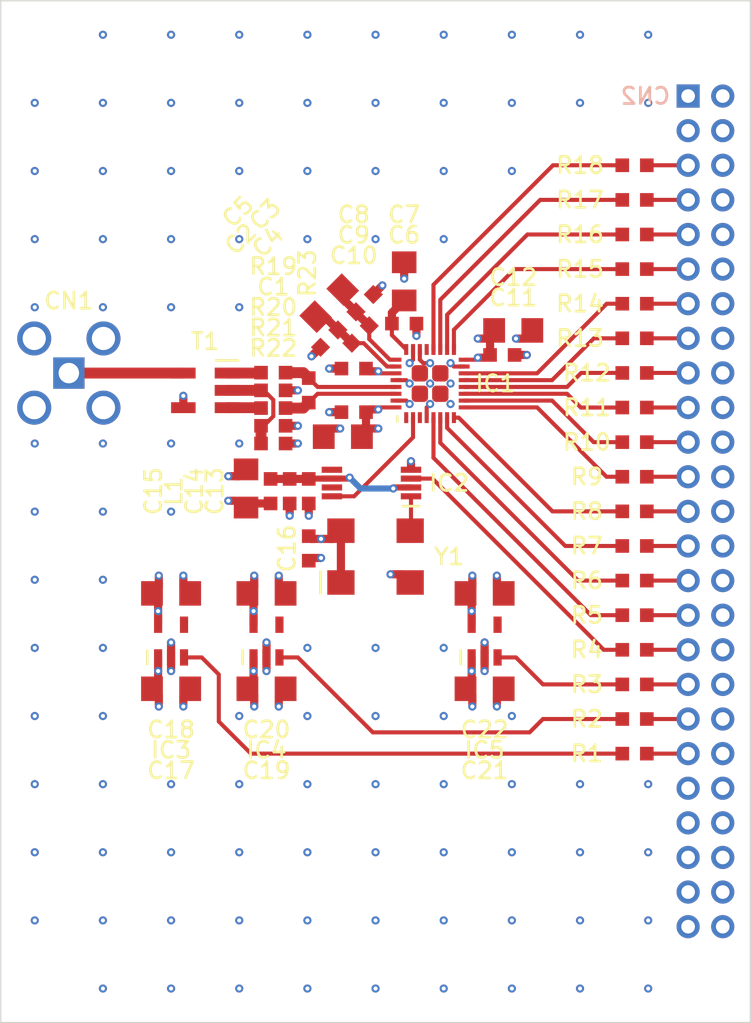
<source format=kicad_pcb>
(kicad_pcb (version 20221018) (generator pcbnew)
  (title_block (comment 4 "AISLER Project ID: MSPPDFRA"))
  (layers (0 "F.Cu" signal) (1 "In1.Cu" signal) (2 "In2.Cu" signal) (31 "B.Cu" signal) (34 "B.Paste" user) (35 "F.Paste" user) (36 "B.SilkS" user "B.Silkscreen") (37 "F.SilkS" user "F.Silkscreen") (38 "B.Mask" user) (39 "F.Mask" user) (44 "Edge.Cuts" user))
  (net 0 "")
  (net 1 "5V")
  (net 2 "CLK")
  (net 3 "D0")
  (net 4 "D1")
  (net 5 "D2")
  (net 6 "D3")
  (net 7 "D4")
  (net 8 "D5")
  (net 9 "D6")
  (net 10 "D7")
  (net 11 "D8")
  (net 12 "D9")
  (net 13 "D10")
  (net 14 "D11")
  (net 15 "AVDD")
  (net 16 "DVDD")
  (net 17 "D12")
  (net 18 "GND")
  (net 19 "W17")
  (net 20 "W16")
  (net 21 "W15")
  (net 22 "W14")
  (net 23 "W13")
  (net 24 "W12")
  (net 25 "W11")
  (net 26 "W10")
  (net 27 "W9")
  (net 28 "W8")
  (net 29 "W7")
  (net 30 "W6")
  (net 31 "W5")
  (net 32 "W4")
  (net 33 "D13")
  (net 34 "W18")
  (net 35 "VIN+")
  (net 36 "VIN-")
  (net 37 "SEC-")
  (net 38 "VCM")
  (net 39 "SEC+")
  (net 40 "INPUT")
  (net 41 "REFT")
  (net 42 "REFB")
  (net 43 "VREF")
  (net 44 "Y0")
  (net 45 "Y1")
  (net 46 "BVDD")
  (net 47 "DEN")
  (net 48 "AEN")
  (net 49 "CVDD")
  (net 50 "CEN")
  (net 51 "W3")
  (net 52 "W2")
  (net 53 "W1")
  (footprint "footprints:0603" (layer "F.Cu") (at 145.9 82 180)
    (fp_text reference "C8")
    (fp_text value "")
  )
  (footprint "footprints:0603" (layer "F.Cu") (at 142.6 95.2 -90)
    (fp_text reference "C16")
    (fp_text value "")
  )
  (footprint "footprints:M3" (layer "F.Cu") (at 125 60)
    (fp_text reference "M1" hide)
    (fp_text value "")
  )
  (footprint "footprints:1206" (layer "F.Cu") (at 132.5 98.5)
    (fp_text reference "C18")
    (fp_text value "")
  )
  (footprint "footprints:0603" (layer "F.Cu") (at 166.5 84.86)
    (fp_text reference "R11")
    (fp_text value "")
  )
  (footprint "footprints:0603" (layer "F.Cu") (at 166.5 95.02)
    (fp_text reference "R7")
    (fp_text value "")
  )
  (footprint "footprints:0603" (layer "F.Cu") (at 146.7 77.2 45)
    (fp_text reference "C3")
    (fp_text value "")
  )
  (footprint "footprints:0603" (layer "F.Cu") (at 166.5 100.1)
    (fp_text reference "R5")
    (fp_text value "")
  )
  (footprint "footprints:0603" (layer "F.Cu") (at 166.5 97.56)
    (fp_text reference "R6")
    (fp_text value "")
  )
  (footprint "footprints:1206" (layer "F.Cu") (at 145.1 87 180)
    (fp_text reference "C10")
    (fp_text value "")
  )
  (footprint "footprints:0603" (layer "F.Cu") (at 166.5 74.7)
    (fp_text reference "R15")
    (fp_text value "")
  )
  (footprint "footprints:0603" (layer "F.Cu") (at 142.6 91 -90)
    (fp_text reference "C13")
    (fp_text value "")
  )
  (footprint "footprints:SMA" (layer "F.Cu") (at 125 82.33)
    (fp_text reference "CN1")
    (fp_text value "")
  )
  (footprint "footprints:1206" (layer "F.Cu") (at 132.5 105.5)
    (fp_text reference "C17")
    (fp_text value "")
  )
  (footprint "footprints:M3" (layer "F.Cu") (at 125 125)
    (fp_text reference "M2" hide)
    (fp_text value "")
  )
  (footprint "footprints:0603" (layer "F.Cu") (at 140 86.2 180)
    (fp_text reference "R21")
    (fp_text value "")
  )
  (footprint "footprints:0603" (layer "F.Cu") (at 166.5 105.18)
    (fp_text reference "R3")
    (fp_text value "")
  )
  (footprint "footprints:0603" (layer "F.Cu") (at 140 83.6)
    (fp_text reference "C1")
    (fp_text value "")
  )
  (footprint "footprints:AT224" (layer "F.Cu") (at 135 83.6 180)
    (fp_text reference "T1")
    (fp_text value "")
  )
  (footprint "footprints:0603" (layer "F.Cu") (at 146.4 79.5 45)
    (fp_text reference "C4")
    (fp_text value "")
  )
  (footprint "footprints:0603" (layer "F.Cu") (at 166.5 82.32)
    (fp_text reference "R12")
    (fp_text value "")
  )
  (footprint "footprints:LFCSP32" (layer "F.Cu") (at 151.5 83.1 90)
    (fp_text reference "IC1")
    (fp_text value "")
  )
  (footprint "footprints:0603" (layer "F.Cu") (at 149.6 78.7)
    (fp_text reference "C6")
    (fp_text value "")
  )
  (footprint "footprints:0603" (layer "F.Cu") (at 166.5 67.08)
    (fp_text reference "R18")
    (fp_text value "")
  )
  (footprint "footprints:0603" (layer "F.Cu") (at 140 82.3)
    (fp_text reference "R19")
    (fp_text value "")
  )
  (footprint "footprints:0603" (layer "F.Cu") (at 166.5 102.64)
    (fp_text reference "R4")
    (fp_text value "")
  )
  (footprint "footprints:SOT23" (layer "F.Cu") (at 155.5 102 90)
    (fp_text reference "IC5")
    (fp_text value "")
  )
  (footprint "footprints:1206" (layer "F.Cu") (at 155.5 105.5)
    (fp_text reference "C21")
    (fp_text value "")
  )
  (footprint "footprints:0603" (layer "F.Cu") (at 144.1 79.8 -135)
    (fp_text reference "C2")
    (fp_text value "")
  )
  (footprint "footprints:0603" (layer "F.Cu") (at 166.5 77.24)
    (fp_text reference "R14")
    (fp_text value "")
  )
  (footprint "footprints:1206" (layer "F.Cu") (at 144.1 77.2 45)
    (fp_text reference "C5")
    (fp_text value "")
  )
  (footprint "footprints:0603" (layer "F.Cu") (at 140 84.9)
    (fp_text reference "R20")
    (fp_text value "")
  )
  (footprint "footprints:0603" (layer "F.Cu") (at 141.2 91 -90)
    (fp_text reference "C14")
    (fp_text value "")
  )
  (footprint "footprints:0603" (layer "F.Cu") (at 166.5 87.4)
    (fp_text reference "R10")
    (fp_text value "")
  )
  (footprint "footprints:0603" (layer "F.Cu") (at 156.8 81)
    (fp_text reference "C11")
    (fp_text value "")
  )
  (footprint "footprints:1206" (layer "F.Cu") (at 139.5 105.5)
    (fp_text reference "C19")
    (fp_text value "")
  )
  (footprint "footprints:0603" (layer "F.Cu") (at 139.8 91 90)
    (fp_text reference "L1")
    (fp_text value "")
  )
  (footprint "footprints:0603" (layer "F.Cu") (at 166.5 72.16)
    (fp_text reference "R16")
    (fp_text value "")
  )
  (footprint "footprints:0603" (layer "F.Cu") (at 145.9 85.2 180)
    (fp_text reference "C9")
    (fp_text value "")
  )
  (footprint "footprints:1206" (layer "F.Cu") (at 157.6 79.2)
    (fp_text reference "C12")
    (fp_text value "")
  )
  (footprint "footprints:0603" (layer "F.Cu") (at 140 87.5)
    (fp_text reference "R22")
    (fp_text value "")
  )
  (footprint "footprints:1206" (layer "F.Cu") (at 155.5 98.5)
    (fp_text reference "C22")
    (fp_text value "")
  )
  (footprint "footprints:0603" (layer "F.Cu") (at 142.6 83.6 -90)
    (fp_text reference "R23")
    (fp_text value "")
  )
  (footprint "footprints:SOT23" (layer "F.Cu") (at 139.5 102 90)
    (fp_text reference "IC4")
    (fp_text value "")
  )
  (footprint "footprints:0603" (layer "F.Cu") (at 166.5 89.94)
    (fp_text reference "R9")
    (fp_text value "")
  )
  (footprint "footprints:0603" (layer "F.Cu") (at 166.5 110.26)
    (fp_text reference "R1")
    (fp_text value "")
  )
  (footprint "footprints:0603" (layer "F.Cu") (at 166.5 107.72)
    (fp_text reference "R2")
    (fp_text value "")
  )
  (footprint "footprints:SMD7050-4P" (layer "F.Cu") (at 147.5 95.8)
    (fp_text reference "Y1")
    (fp_text value "")
  )
  (footprint "footprints:SOT23" (layer "F.Cu") (at 132.5 102 90)
    (fp_text reference "IC3")
    (fp_text value "")
  )
  (footprint "footprints:0603" (layer "F.Cu") (at 166.5 69.62)
    (fp_text reference "R17")
    (fp_text value "")
  )
  (footprint "footprints:1206" (layer "F.Cu") (at 138 90.8 90)
    (fp_text reference "C15")
    (fp_text value "")
  )
  (footprint "footprints:TSSOP8" (layer "F.Cu") (at 147.2 90.4 180)
    (fp_text reference "IC2")
    (fp_text value "")
  )
  (footprint "footprints:1206" (layer "F.Cu") (at 149.6 75.6 90)
    (fp_text reference "C7")
    (fp_text value "")
  )
  (footprint "footprints:0603" (layer "F.Cu") (at 166.5 79.78)
    (fp_text reference "R13")
    (fp_text value "")
  )
  (footprint "footprints:1206" (layer "F.Cu") (at 139.5 98.5)
    (fp_text reference "C20")
    (fp_text value "")
  )
  (footprint "footprints:0603" (layer "F.Cu") (at 166.5 92.48)
    (fp_text reference "R8")
    (fp_text value "")
  )
  (footprint "footprints:2x25" (layer "B.Cu") (at 171.7 62 90)
    (fp_text reference "CN2")
    (fp_text value "")
  )
  (gr_rect (start 120 55) (end 175 130) (stroke (width 0.1)) (fill none) (layer "Edge.Cuts"))
  (segment (start 131.6 106) (end 131.1 105.5) (width 0.6) (layer "F.Cu") (net 1))
  (segment (start 131.6 106.8) (end 131.6 106) (width 0.6) (layer "F.Cu") (net 1))
  (segment (start 154.55 105.05) (end 154.1 105.5) (width 0.6) (layer "F.Cu") (net 1))
  (segment (start 131.55 105.05) (end 131.1 105.5) (width 0.6) (layer "F.Cu") (net 1))
  (segment (start 154.55 104.2) (end 154.55 105.05) (width 0.6) (layer "F.Cu") (net 1))
  (segment (start 138.55 105.05) (end 138.1 105.5) (width 0.6) (layer "F.Cu") (net 1))
  (segment (start 154.6 106.8) (end 154.6 106) (width 0.6) (layer "F.Cu") (net 1))
  (segment (start 138.6 106.8) (end 138.6 106) (width 0.6) (layer "F.Cu") (net 1))
  (segment (start 154.6 106) (end 154.1 105.5) (width 0.6) (layer "F.Cu") (net 1))
  (segment (start 154.55 104.2) (end 154.55 103.2) (width 0.6) (layer "F.Cu") (net 1))
  (segment (start 138.55 104.2) (end 138.55 105.05) (width 0.6) (layer "F.Cu") (net 1))
  (segment (start 138.6 106) (end 138.1 105.5) (width 0.6) (layer "F.Cu") (net 1))
  (segment (start 131.55 104.2) (end 131.55 105.05) (width 0.6) (layer "F.Cu") (net 1))
  (segment (start 138.55 104.2) (end 138.55 103.2) (width 0.6) (layer "F.Cu") (net 1))
  (segment (start 131.55 104.2) (end 131.55 103.2) (width 0.6) (layer "F.Cu") (net 1))
  (via (at 131.6 106.8) (size 0.6) (drill 0.3) (layers "F.Cu" "B.Cu") (net 1))
  (via (at 138.6 106.8) (size 0.6) (drill 0.3) (layers "F.Cu" "B.Cu") (net 1))
  (via (at 154.55 104.2) (size 0.6) (drill 0.3) (layers "F.Cu" "B.Cu") (net 1))
  (via (at 131.55 104.2) (size 0.6) (drill 0.3) (layers "F.Cu" "B.Cu") (net 1))
  (via (at 154.6 106.8) (size 0.6) (drill 0.3) (layers "F.Cu" "B.Cu") (net 1))
  (via (at 138.55 104.2) (size 0.6) (drill 0.3) (layers "F.Cu" "B.Cu") (net 1))
  (segment (start 150 93.86) (end 150.04 93.9) (width 0.3) (layer "F.Cu") (net 2))
  (segment (start 150.1 93.84) (end 150.04 93.9) (width 0.3) (layer "F.Cu") (net 2))
  (segment (start 150.1 91.375) (end 150.1 93.84) (width 0.3) (layer "F.Cu") (net 2))
  (segment (start 151.75 88.55) (end 163.3 100.1) (width 0.3) (layer "F.Cu") (net 3))
  (segment (start 163.3 100.1) (end 165.6 100.1) (width 0.3) (layer "F.Cu") (net 3))
  (segment (start 151.75 85.6) (end 151.75 88.55) (width 0.3) (layer "F.Cu") (net 3))
  (segment (start 162.36 97.56) (end 165.6 97.56) (width 0.3) (layer "F.Cu") (net 4))
  (segment (start 152.25 87.45) (end 162.36 97.56) (width 0.3) (layer "F.Cu") (net 4))
  (segment (start 152.25 85.6) (end 152.25 87.45) (width 0.3) (layer "F.Cu") (net 4))
  (segment (start 161.42 95.02) (end 165.6 95.02) (width 0.3) (layer "F.Cu") (net 5))
  (segment (start 152.75 86.35) (end 161.42 95.02) (width 0.3) (layer "F.Cu") (net 5))
  (segment (start 152.75 85.6) (end 152.75 86.35) (width 0.3) (layer "F.Cu") (net 5))
  (segment (start 153.6 85.6) (end 160.48 92.48) (width 0.3) (layer "F.Cu") (net 6))
  (segment (start 160.48 92.48) (end 165.6 92.48) (width 0.3) (layer "F.Cu") (net 6))
  (segment (start 153.25 85.6) (end 153.6 85.6) (width 0.3) (layer "F.Cu") (net 6))
  (segment (start 154 84.85) (end 159.35 84.85) (width 0.3) (layer "F.Cu") (net 7))
  (segment (start 159.35 84.85) (end 164.44 89.94) (width 0.3) (layer "F.Cu") (net 7))
  (segment (start 164.44 89.94) (end 165.6 89.94) (width 0.3) (layer "F.Cu") (net 7))
  (segment (start 154 84.35) (end 160.45 84.35) (width 0.3) (layer "F.Cu") (net 8))
  (segment (start 163.5 87.4) (end 165.6 87.4) (width 0.3) (layer "F.Cu") (net 8))
  (segment (start 160.45 84.35) (end 163.5 87.4) (width 0.3) (layer "F.Cu") (net 8))
  (segment (start 162.56 84.86) (end 165.6 84.86) (width 0.3) (layer "F.Cu") (net 9))
  (segment (start 161.55 83.85) (end 162.56 84.86) (width 0.3) (layer "F.Cu") (net 9))
  (segment (start 154 83.85) (end 161.55 83.85) (width 0.3) (layer "F.Cu") (net 9))
  (segment (start 154 83.35) (end 161.55 83.35) (width 0.3) (layer "F.Cu") (net 10))
  (segment (start 162.58 82.32) (end 165.6 82.32) (width 0.3) (layer "F.Cu") (net 10))
  (segment (start 161.55 83.35) (end 162.58 82.32) (width 0.3) (layer "F.Cu") (net 10))
  (segment (start 163.52 79.78) (end 165.6 79.78) (width 0.3) (layer "F.Cu") (net 11))
  (segment (start 154 82.85) (end 160.45 82.85) (width 0.3) (layer "F.Cu") (net 11))
  (segment (start 160.45 82.85) (end 163.52 79.78) (width 0.3) (layer "F.Cu") (net 11))
  (segment (start 154 82.35) (end 159.35 82.35) (width 0.3) (layer "F.Cu") (net 12))
  (segment (start 159.35 82.35) (end 164.46 77.24) (width 0.3) (layer "F.Cu") (net 12))
  (segment (start 164.46 77.24) (end 165.6 77.24) (width 0.3) (layer "F.Cu") (net 12))
  (segment (start 153.25 79.15) (end 157.7 74.7) (width 0.3) (layer "F.Cu") (net 13))
  (segment (start 153.25 80.6) (end 153.25 79.15) (width 0.3) (layer "F.Cu") (net 13))
  (segment (start 157.7 74.7) (end 165.6 74.7) (width 0.3) (layer "F.Cu") (net 13))
  (segment (start 152.75 80.6) (end 152.75 78.05) (width 0.3) (layer "F.Cu") (net 14))
  (segment (start 158.64 72.16) (end 165.6 72.16) (width 0.3) (layer "F.Cu") (net 14))
  (segment (start 152.75 78.05) (end 158.64 72.16) (width 0.3) (layer "F.Cu") (net 14))
  (segment (start 147.85 82.35) (end 147.7 82.2) (width 0.3) (layer "F.Cu") (net 15))
  (segment (start 131.6 97.2) (end 131.6 98) (width 0.6) (layer "F.Cu") (net 15))
  (segment (start 147.7 82.2) (end 147 82.2) (width 0.6) (layer "F.Cu") (net 15))
  (segment (start 147 82.2) (end 146.8 82) (width 0.6) (layer "F.Cu") (net 15))
  (segment (start 141.8 86.2) (end 140.9 86.2) (width 0.6) (layer "F.Cu") (net 15))
  (segment (start 131.55 99.8) (end 131.55 98.95) (width 0.6) (layer "F.Cu") (net 15))
  (segment (start 149 84.85) (end 147.85 84.85) (width 0.3) (layer "F.Cu") (net 15))
  (segment (start 131.6 98) (end 131.1 98.5) (width 0.6) (layer "F.Cu") (net 15))
  (segment (start 147 85) (end 146.8 85.2) (width 0.6) (layer "F.Cu") (net 15))
  (segment (start 146.8 85.2) (end 146.8 86.7) (width 0.6) (layer "F.Cu") (net 15))
  (segment (start 131.55 98.95) (end 131.1 98.5) (width 0.6) (layer "F.Cu") (net 15))
  (segment (start 147.1 86.4) (end 146.5 87) (width 0.6) (layer "F.Cu") (net 15))
  (segment (start 147.85 84.85) (end 147.7 85) (width 0.3) (layer "F.Cu") (net 15))
  (segment (start 149 82.35) (end 147.85 82.35) (width 0.3) (layer "F.Cu") (net 15))
  (segment (start 146.8 86.7) (end 146.5 87) (width 0.6) (layer "F.Cu") (net 15))
  (segment (start 131.55 99.8) (end 131.55 100.8) (width 0.6) (layer "F.Cu") (net 15))
  (segment (start 147.7 86.4) (end 147.1 86.4) (width 0.6) (layer "F.Cu") (net 15))
  (segment (start 147.7 85) (end 147 85) (width 0.6) (layer "F.Cu") (net 15))
  (via (at 147.7 85) (size 0.6) (drill 0.3) (layers "F.Cu" "B.Cu") (net 15))
  (via (at 147.7 82.2) (size 0.6) (drill 0.3) (layers "F.Cu" "B.Cu") (net 15))
  (via (at 147.7 86.4) (size 0.6) (drill 0.3) (layers "F.Cu" "B.Cu") (net 15))
  (via (at 141.8 86.2) (size 0.6) (drill 0.3) (layers "F.Cu" "B.Cu") (net 15))
  (via (at 131.55 99.8) (size 0.6) (drill 0.3) (layers "F.Cu" "B.Cu") (net 15))
  (via (at 131.6 97.2) (size 0.6) (drill 0.3) (layers "F.Cu" "B.Cu") (net 15))
  (segment (start 154.6 98) (end 154.1 98.5) (width 0.6) (layer "F.Cu") (net 16))
  (segment (start 155 81.2) (end 155.7 81.2) (width 0.6) (layer "F.Cu") (net 16))
  (segment (start 154.85 81.35) (end 155 81.2) (width 0.3) (layer "F.Cu") (net 16))
  (segment (start 155.6 79.8) (end 156.2 79.2) (width 0.6) (layer "F.Cu") (net 16))
  (segment (start 154.55 99.8) (end 154.55 98.95) (width 0.6) (layer "F.Cu") (net 16))
  (segment (start 154.6 97.2) (end 154.6 98) (width 0.6) (layer "F.Cu") (net 16))
  (segment (start 155.9 79.5) (end 156.2 79.2) (width 0.6) (layer "F.Cu") (net 16))
  (segment (start 155 79.8) (end 155.6 79.8) (width 0.6) (layer "F.Cu") (net 16))
  (segment (start 154.55 99.8) (end 154.55 100.8) (width 0.6) (layer "F.Cu") (net 16))
  (segment (start 154.55 98.95) (end 154.1 98.5) (width 0.6) (layer "F.Cu") (net 16))
  (segment (start 155.9 81) (end 155.9 79.5) (width 0.6) (layer "F.Cu") (net 16))
  (segment (start 154 81.35) (end 154.85 81.35) (width 0.3) (layer "F.Cu") (net 16))
  (segment (start 155.7 81.2) (end 155.9 81) (width 0.6) (layer "F.Cu") (net 16))
  (via (at 154.6 97.2) (size 0.6) (drill 0.3) (layers "F.Cu" "B.Cu") (net 16))
  (via (at 154.55 99.8) (size 0.6) (drill 0.3) (layers "F.Cu" "B.Cu") (net 16))
  (via (at 155 79.8) (size 0.6) (drill 0.3) (layers "F.Cu" "B.Cu") (net 16))
  (via (at 155 81.2) (size 0.6) (drill 0.3) (layers "F.Cu" "B.Cu") (net 16))
  (segment (start 152.25 80.6) (end 152.25 76.95) (width 0.3) (layer "F.Cu") (net 17))
  (segment (start 159.58 69.62) (end 165.6 69.62) (width 0.3) (layer "F.Cu") (net 17))
  (segment (start 152.25 76.95) (end 159.58 69.62) (width 0.3) (layer "F.Cu") (net 17))
  (segment (start 158.6 81) (end 157.7 81) (width 0.6) (layer "F.Cu") (net 18))
  (segment (start 141.8 87.5) (end 140.9 87.5) (width 0.6) (layer "F.Cu") (net 18))
  (segment (start 139.5 102.1) (end 139.5 103.2) (width 0.6) (layer "F.Cu") (net 18))
  (segment (start 141.8 83.6) (end 140.9 83.6) (width 0.6) (layer "F.Cu") (net 18))
  (segment (start 154 81.85) (end 153.25 81.85) (width 0.3) (layer "F.Cu") (net 18))
  (segment (start 133.4 106.8) (end 133.4 106) (width 0.6) (layer "F.Cu") (net 18))
  (segment (start 156.4 97.2) (end 156.4 98) (width 0.6) (layer "F.Cu") (net 18))
  (segment (start 149.75 84.35) (end 150 84.6) (width 0.3) (layer "F.Cu") (net 18))
  (segment (start 144.9 86.4) (end 144.3 86.4) (width 0.6) (layer "F.Cu") (net 18))
  (segment (start 150.75 81.35) (end 151 81.6) (width 0.3) (layer "F.Cu") (net 18))
  (segment (start 148.6 97.1) (end 149.44 97.1) (width 0.6) (layer "F.Cu") (net 18))
  (segment (start 143.5 95.9) (end 142.8 95.9) (width 0.6) (layer "F.Cu") (net 18))
  (segment (start 139.5 104.2) (end 139.5 103.2) (width 0.6) (layer "F.Cu") (net 18))
  (segment (start 142.8 81.1) (end 143.463604 80.436396) (width 0.6) (layer "F.Cu") (net 18))
  (segment (start 137.5 89.9) (end 138 89.4) (width 0.6) (layer "F.Cu") (net 18))
  (segment (start 150.1 88.8) (end 150.1 89.35) (width 0.6) (layer "F.Cu") (net 18))
  (segment (start 155.5 104.2) (end 155.5 103.2) (width 0.6) (layer "F.Cu") (net 18))
  (segment (start 142.6 92.8) (end 142.6 91.9) (width 0.6) (layer "F.Cu") (net 18))
  (segment (start 149.6 75.4) (end 149.6 74.2) (width 0.6) (layer "F.Cu") (net 18))
  (segment (start 144.1 82) (end 145 82) (width 0.6) (layer "F.Cu") (net 18))
  (segment (start 151.25 85.6) (end 151.25 84.85) (width 0.3) (layer "F.Cu") (net 18))
  (segment (start 148 75.9) (end 147.336396 76.563604) (width 0.6) (layer "F.Cu") (net 18))
  (segment (start 133.4 106) (end 133.9 105.5) (width 0.6) (layer "F.Cu") (net 18))
  (segment (start 133.4 97.2) (end 133.4 98) (width 0.6) (layer "F.Cu") (net 18))
  (segment (start 156.4 106) (end 156.9 105.5) (width 0.6) (layer "F.Cu") (net 18))
  (segment (start 157.8 79.8) (end 158.4 79.8) (width 0.6) (layer "F.Cu") (net 18))
  (segment (start 150.25 80.6) (end 150.25 81.35) (width 0.3) (layer "F.Cu") (net 18))
  (segment (start 153.25 81.85) (end 153 81.6) (width 0.3) (layer "F.Cu") (net 18))
  (segment (start 142.8 95.9) (end 142.6 96.1) (width 0.6) (layer "F.Cu") (net 18))
  (segment (start 136.7 89.9) (end 137.5 89.9) (width 0.6) (layer "F.Cu") (net 18))
  (segment (start 141.2 92.8) (end 141.2 91.9) (width 0.6) (layer "F.Cu") (net 18))
  (segment (start 144.3 86.4) (end 143.7 87) (width 0.6) (layer "F.Cu") (net 18))
  (segment (start 151 81.6) (end 151.5 81.6) (width 0.3) (layer "F.Cu") (net 18))
  (segment (start 140.4 106.8) (end 140.4 106) (width 0.6) (layer "F.Cu") (net 18))
  (segment (start 140.4 106) (end 140.9 105.5) (width 0.6) (layer "F.Cu") (net 18))
  (segment (start 156.4 106.8) (end 156.4 106) (width 0.6) (layer "F.Cu") (net 18))
  (segment (start 133.4 84) (end 133.4 84.87) (width 0.6) (layer "F.Cu") (net 18))
  (segment (start 133.4 98) (end 133.9 98.5) (width 0.6) (layer "F.Cu") (net 18))
  (segment (start 132.5 104.2) (end 132.5 103.2) (width 0.6) (layer "F.Cu") (net 18))
  (segment (start 150.75 80.6) (end 150.75 81.35) (width 0.3) (layer "F.Cu") (net 18))
  (segment (start 155.5 102.1) (end 155.5 103.2) (width 0.6) (layer "F.Cu") (net 18))
  (segment (start 149 82.85) (end 149.75 82.85) (width 0.3) (layer "F.Cu") (net 18))
  (segment (start 151.25 84.85) (end 151.5 84.6) (width 0.3) (layer "F.Cu") (net 18))
  (segment (start 150.25 81.35) (end 150 81.6) (width 0.3) (layer "F.Cu") (net 18))
  (segment (start 156.4 98) (end 156.9 98.5) (width 0.6) (layer "F.Cu") (net 18))
  (segment (start 158.4 79.8) (end 159 79.2) (width 0.6) (layer "F.Cu") (net 18))
  (segment (start 149 84.35) (end 149.75 84.35) (width 0.3) (layer "F.Cu") (net 18))
  (segment (start 140.4 97.2) (end 140.4 98) (width 0.6) (layer "F.Cu") (net 18))
  (segment (start 132.5 102.1) (end 132.5 103.2) (width 0.6) (layer "F.Cu") (net 18))
  (segment (start 150.5 79.6) (end 150.5 78.7) (width 0.6) (layer "F.Cu") (net 18))
  (segment (start 140.4 98) (end 140.9 98.5) (width 0.6) (layer "F.Cu") (net 18))
  (segment (start 144.1 85.2) (end 145 85.2) (width 0.6) (layer "F.Cu") (net 18))
  (segment (start 149.44 97.1) (end 150.04 97.7) (width 0.6) (layer "F.Cu") (net 18))
  (segment (start 149.75 82.85) (end 150 83.1) (width 0.3) (layer "F.Cu") (net 18))
  (via (at 122.5 97.5) (size 0.6) (drill 0.3) (layers "F.Cu" "B.Cu") (net 18))
  (via (at 132.5 92.5) (size 0.6) (drill 0.3) (layers "F.Cu" "B.Cu") (net 18))
  (via (at 122.5 87.5) (size 0.6) (drill 0.3) (layers "F.Cu" "B.Cu") (net 18))
  (via (at 148.6 97.1) (size 0.6) (drill 0.3) (layers "F.Cu" "B.Cu") (net 18))
  (via (at 137.5 72.5) (size 0.6) (drill 0.3) (layers "F.Cu" "B.Cu") (net 18))
  (via (at 147.5 112.5) (size 0.6) (drill 0.3) (layers "F.Cu" "B.Cu") (net 18))
  (via (at 143.5 95.9) (size 0.6) (drill 0.3) (layers "F.Cu" "B.Cu") (net 18))
  (via (at 137.5 77.5) (size 0.6) (drill 0.3) (layers "F.Cu" "B.Cu") (net 18))
  (via (at 132.5 77.5) (size 0.6) (drill 0.3) (layers "F.Cu" "B.Cu") (net 18))
  (via (at 150.1 88.8) (size 0.6) (drill 0.3) (layers "F.Cu" "B.Cu") (net 18))
  (via (at 147.5 102.5) (size 0.6) (drill 0.3) (layers "F.Cu" "B.Cu") (net 18))
  (via (at 127.5 122.5) (size 0.6) (drill 0.3) (layers "F.Cu" "B.Cu") (net 18))
  (via (at 149.6 75.4) (size 0.6) (drill 0.3) (layers "F.Cu" "B.Cu") (net 18))
  (via (at 132.5 102.1) (size 0.6) (drill 0.3) (layers "F.Cu" "B.Cu") (net 18))
  (via (at 142.5 62.5) (size 0.6) (drill 0.3) (layers "F.Cu" "B.Cu") (net 18))
  (via (at 162.5 122.5) (size 0.6) (drill 0.3) (layers "F.Cu" "B.Cu") (net 18))
  (via (at 147.5 122.5) (size 0.6) (drill 0.3) (layers "F.Cu" "B.Cu") (net 18))
  (via (at 137.5 122.5) (size 0.6) (drill 0.3) (layers "F.Cu" "B.Cu") (net 18))
  (via (at 127.5 127.5) (size 0.6) (drill 0.3) (layers "F.Cu" "B.Cu") (net 18))
  (via (at 141.8 83.6) (size 0.6) (drill 0.3) (layers "F.Cu" "B.Cu") (net 18))
  (via (at 137.5 127.5) (size 0.6) (drill 0.3) (layers "F.Cu" "B.Cu") (net 18))
  (via (at 127.5 67.5) (size 0.6) (drill 0.3) (layers "F.Cu" "B.Cu") (net 18))
  (via (at 157.5 127.5) (size 0.6) (drill 0.3) (layers "F.Cu" "B.Cu") (net 18))
  (via (at 132.5 62.5) (size 0.6) (drill 0.3) (layers "F.Cu" "B.Cu") (net 18))
  (via (at 153 83.1) (size 0.6) (drill 0.3) (layers "F.Cu" "B.Cu") (net 18))
  (via (at 142.8 81.1) (size 0.6) (drill 0.3) (layers "F.Cu" "B.Cu") (net 18))
  (via (at 127.5 107.5) (size 0.6) (drill 0.3) (layers "F.Cu" "B.Cu") (net 18))
  (via (at 153 84.6) (size 0.6) (drill 0.3) (layers "F.Cu" "B.Cu") (net 18))
  (via (at 155.5 102.1) (size 0.6) (drill 0.3) (layers "F.Cu" "B.Cu") (net 18))
  (via (at 127.5 57.5) (size 0.6) (drill 0.3) (layers "F.Cu" "B.Cu") (net 18))
  (via (at 139.5 104.2) (size 0.6) (drill 0.3) (layers "F.Cu" "B.Cu") (net 18))
  (via (at 122.5 112.5) (size 0.6) (drill 0.3) (layers "F.Cu" "B.Cu") (net 18))
  (via (at 147.5 67.5) (size 0.6) (drill 0.3) (layers "F.Cu" "B.Cu") (net 18))
  (via (at 157.5 57.5) (size 0.6) (drill 0.3) (layers "F.Cu" "B.Cu") (net 18))
  (via (at 157.5 62.5) (size 0.6) (drill 0.3) (layers "F.Cu" "B.Cu") (net 18))
  (via (at 137.5 87.5) (size 0.6) (drill 0.3) (layers "F.Cu" "B.Cu") (net 18))
  (via (at 142.5 112.5) (size 0.6) (drill 0.3) (layers "F.Cu" "B.Cu") (net 18))
  (via (at 127.5 97.5) (size 0.6) (drill 0.3) (layers "F.Cu" "B.Cu") (net 18))
  (via (at 141.8 87.5) (size 0.6) (drill 0.3) (layers "F.Cu" "B.Cu") (net 18))
  (via (at 153 81.6) (size 0.6) (drill 0.3) (layers "F.Cu" "B.Cu") (net 18))
  (via (at 152.5 107.5) (size 0.6) (drill 0.3) (layers "F.Cu" "B.Cu") (net 18))
  (via (at 157.8 79.8) (size 0.6) (drill 0.3) (layers "F.Cu" "B.Cu") (net 18))
  (via (at 132.5 67.5) (size 0.6) (drill 0.3) (layers "F.Cu" "B.Cu") (net 18))
  (via (at 127.5 102.5) (size 0.6) (drill 0.3) (layers "F.Cu" "B.Cu") (net 18))
  (via (at 142.5 127.5) (size 0.6) (drill 0.3) (layers "F.Cu" "B.Cu") (net 18))
  (via (at 152.5 62.5) (size 0.6) (drill 0.3) (layers "F.Cu" "B.Cu") (net 18))
  (via (at 140.4 97.2) (size 0.6) (drill 0.3) (layers "F.Cu" "B.Cu") (net 18))
  (via (at 139.5 102.1) (size 0.6) (drill 0.3) (layers "F.Cu" "B.Cu") (net 18))
  (via (at 133.4 97.2) (size 0.6) (drill 0.3) (layers "F.Cu" "B.Cu") (net 18))
  (via (at 132.5 72.5) (size 0.6) (drill 0.3) (layers "F.Cu" "B.Cu") (net 18))
  (via (at 132.5 57.5) (size 0.6) (drill 0.3) (layers "F.Cu" "B.Cu") (net 18))
  (via (at 122.5 107.5) (size 0.6) (drill 0.3) (layers "F.Cu" "B.Cu") (net 18))
  (via (at 142.6 92.8) (size 0.6) (drill 0.3) (layers "F.Cu" "B.Cu") (net 18))
  (via (at 162.5 57.5) (size 0.6) (drill 0.3) (layers "F.Cu" "B.Cu") (net 18))
  (via (at 132.5 122.5) (size 0.6) (drill 0.3) (layers "F.Cu" "B.Cu") (net 18))
  (via (at 157.5 117.5) (size 0.6) (drill 0.3) (layers "F.Cu" "B.Cu") (net 18))
  (via (at 122.5 62.5) (size 0.6) (drill 0.3) (layers "F.Cu" "B.Cu") (net 18))
  (via (at 144.1 82) (size 0.6) (drill 0.3) (layers "F.Cu" "B.Cu") (net 18))
  (via (at 122.5 92.5) (size 0.6) (drill 0.3) (layers "F.Cu" "B.Cu") (net 18))
  (via (at 132.5 127.5) (size 0.6) (drill 0.3) (layers "F.Cu" "B.Cu") (net 18))
  (via (at 140.4 106.8) (size 0.6) (drill 0.3) (layers "F.Cu" "B.Cu") (net 18))
  (via (at 162.5 112.5) (size 0.6) (drill 0.3) (layers "F.Cu" "B.Cu") (net 18))
  (via (at 162.5 117.5) (size 0.6) (drill 0.3) (layers "F.Cu" "B.Cu") (net 18))
  (via (at 133.4 84) (size 0.6) (drill 0.3) (layers "F.Cu" "B.Cu") (net 18))
  (via (at 167.5 57.5) (size 0.6) (drill 0.3) (layers "F.Cu" "B.Cu") (net 18))
  (via (at 152.5 67.5) (size 0.6) (drill 0.3) (layers "F.Cu" "B.Cu") (net 18))
  (via (at 122.5 102.5) (size 0.6) (drill 0.3) (layers "F.Cu" "B.Cu") (net 18))
  (via (at 132.5 117.5) (size 0.6) (drill 0.3) (layers "F.Cu" "B.Cu") (net 18))
  (via (at 127.5 92.5) (size 0.6) (drill 0.3) (layers "F.Cu" "B.Cu") (net 18))
  (via (at 137.5 67.5) (size 0.6) (drill 0.3) (layers "F.Cu" "B.Cu") (net 18))
  (via (at 147.5 72.5) (size 0.6) (drill 0.3) (layers "F.Cu" "B.Cu") (net 18))
  (via (at 127.5 62.5) (size 0.6) (drill 0.3) (layers "F.Cu" "B.Cu") (net 18))
  (via (at 142.5 102.5) (size 0.6) (drill 0.3) (layers "F.Cu" "B.Cu") (net 18))
  (via (at 137.5 107.5) (size 0.6) (drill 0.3) (layers "F.Cu" "B.Cu") (net 18))
  (via (at 133.4 106.8) (size 0.6) (drill 0.3) (layers "F.Cu" "B.Cu") (net 18))
  (via (at 141.2 92.8) (size 0.6) (drill 0.3) (layers "F.Cu" "B.Cu") (net 18))
  (via (at 151.5 84.6) (size 0.6) (drill 0.3) (layers "F.Cu" "B.Cu") (net 18))
  (via (at 122.5 72.5) (size 0.6) (drill 0.3) (layers "F.Cu" "B.Cu") (net 18))
  (via (at 147.5 117.5) (size 0.6) (drill 0.3) (layers "F.Cu" "B.Cu") (net 18))
  (via (at 167.5 112.5) (size 0.6) (drill 0.3) (layers "F.Cu" "B.Cu") (net 18))
  (via (at 152.5 122.5) (size 0.6) (drill 0.3) (layers "F.Cu" "B.Cu") (net 18))
  (via (at 157.5 122.5) (size 0.6) (drill 0.3) (layers "F.Cu" "B.Cu") (net 18))
  (via (at 155.5 104.2) (size 0.6) (drill 0.3) (layers "F.Cu" "B.Cu") (net 18))
  (via (at 152.5 127.5) (size 0.6) (drill 0.3) (layers "F.Cu" "B.Cu") (net 18))
  (via (at 156.4 106.8) (size 0.6) (drill 0.3) (layers "F.Cu" "B.Cu") (net 18))
  (via (at 158.6 81) (size 0.6) (drill 0.3) (layers "F.Cu" "B.Cu") (net 18))
  (via (at 156.4 97.2) (size 0.6) (drill 0.3) (layers "F.Cu" "B.Cu") (net 18))
  (via (at 142.5 122.5) (size 0.6) (drill 0.3) (layers "F.Cu" "B.Cu") (net 18))
  (via (at 142.5 117.5) (size 0.6) (drill 0.3) (layers "F.Cu" "B.Cu") (net 18))
  (via (at 150.5 79.6) (size 0.6) (drill 0.3) (layers "F.Cu" "B.Cu") (net 18))
  (via (at 147.5 62.5) (size 0.6) (drill 0.3) (layers "F.Cu" "B.Cu") (net 18))
  (via (at 157.5 67.5) (size 0.6) (drill 0.3) (layers "F.Cu" "B.Cu") (net 18))
  (via (at 122.5 77.5) (size 0.6) (drill 0.3) (layers "F.Cu" "B.Cu") (net 18))
  (via (at 150 84.6) (size 0.6) (drill 0.3) (layers "F.Cu" "B.Cu") (net 18))
  (via (at 147.5 57.5) (size 0.6) (drill 0.3) (layers "F.Cu" "B.Cu") (net 18))
  (via (at 127.5 117.5) (size 0.6) (drill 0.3) (layers "F.Cu" "B.Cu") (net 18))
  (via (at 152.5 72.5) (size 0.6) (drill 0.3) (layers "F.Cu" "B.Cu") (net 18))
  (via (at 147.5 107.5) (size 0.6) (drill 0.3) (layers "F.Cu" "B.Cu") (net 18))
  (via (at 122.5 67.5) (size 0.6) (drill 0.3) (layers "F.Cu" "B.Cu") (net 18))
  (via (at 157.5 107.5) (size 0.6) (drill 0.3) (layers "F.Cu" "B.Cu") (net 18))
  (via (at 151.5 83.1) (size 0.6) (drill 0.3) (layers "F.Cu" "B.Cu") (net 18))
  (via (at 136.7 89.9) (size 0.6) (drill 0.3) (layers "F.Cu" "B.Cu") (net 18))
  (via (at 142.5 72.5) (size 0.6) (drill 0.3) (layers "F.Cu" "B.Cu") (net 18))
  (via (at 152.5 117.5) (size 0.6) (drill 0.3) (layers "F.Cu" "B.Cu") (net 18))
  (via (at 167.5 117.5) (size 0.6) (drill 0.3) (layers "F.Cu" "B.Cu") (net 18))
  (via (at 157.5 112.5) (size 0.6) (drill 0.3) (layers "F.Cu" "B.Cu") (net 18))
  (via (at 137.5 117.5) (size 0.6) (drill 0.3) (layers "F.Cu" "B.Cu") (net 18))
  (via (at 167.5 127.5) (size 0.6) (drill 0.3) (layers "F.Cu" "B.Cu") (net 18))
  (via (at 122.5 117.5) (size 0.6) (drill 0.3) (layers "F.Cu" "B.Cu") (net 18))
  (via (at 147.5 127.5) (size 0.6) (drill 0.3) (layers "F.Cu" "B.Cu") (net 18))
  (via (at 162.5 127.5) (size 0.6) (drill 0.3) (layers "F.Cu" "B.Cu") (net 18))
  (via (at 127.5 77.5) (size 0.6) (drill 0.3) (layers "F.Cu" "B.Cu") (net 18))
  (via (at 152.5 112.5) (size 0.6) (drill 0.3) (layers "F.Cu" "B.Cu") (net 18))
  (via (at 152.5 102.5) (size 0.6) (drill 0.3) (layers "F.Cu" "B.Cu") (net 18))
  (via (at 127.5 72.5) (size 0.6) (drill 0.3) (layers "F.Cu" "B.Cu") (net 18))
  (via (at 132.5 112.5) (size 0.6) (drill 0.3) (layers "F.Cu" "B.Cu") (net 18))
  (via (at 127.5 87.5) (size 0.6) (drill 0.3) (layers "F.Cu" "B.Cu") (net 18))
  (via (at 144.9 86.4) (size 0.6) (drill 0.3) (layers "F.Cu" "B.Cu") (net 18))
  (via (at 150 83.1) (size 0.6) (drill 0.3) (layers "F.Cu" "B.Cu") (net 18))
  (via (at 151.5 81.6) (size 0.6) (drill 0.3) (layers "F.Cu" "B.Cu") (net 18))
  (via (at 142.5 57.5) (size 0.6) (drill 0.3) (layers "F.Cu" "B.Cu") (net 18))
  (via (at 132.5 87.5) (size 0.6) (drill 0.3) (layers "F.Cu" "B.Cu") (net 18))
  (via (at 150 81.6) (size 0.6) (drill 0.3) (layers "F.Cu" "B.Cu") (net 18))
  (via (at 127.5 112.5) (size 0.6) (drill 0.3) (layers "F.Cu" "B.Cu") (net 18))
  (via (at 148 75.9) (size 0.6) (drill 0.3) (layers "F.Cu" "B.Cu") (net 18))
  (via (at 144.1 85.2) (size 0.6) (drill 0.3) (layers "F.Cu" "B.Cu") (net 18))
  (via (at 152.5 57.5) (size 0.6) (drill 0.3) (layers "F.Cu" "B.Cu") (net 18))
  (via (at 167.5 62.5) (size 0.6) (drill 0.3) (layers "F.Cu" "B.Cu") (net 18))
  (via (at 167.5 122.5) (size 0.6) (drill 0.3) (layers "F.Cu" "B.Cu") (net 18))
  (via (at 132.5 104.2) (size 0.6) (drill 0.3) (layers "F.Cu" "B.Cu") (net 18))
  (via (at 122.5 122.5) (size 0.6) (drill 0.3) (layers "F.Cu" "B.Cu") (net 18))
  (via (at 137.5 62.5) (size 0.6) (drill 0.3) (layers "F.Cu" "B.Cu") (net 18))
  (via (at 137.5 112.5) (size 0.6) (drill 0.3) (layers "F.Cu" "B.Cu") (net 18))
  (via (at 162.5 62.5) (size 0.6) (drill 0.3) (layers "F.Cu" "B.Cu") (net 18))
  (via (at 142.5 107.5) (size 0.6) (drill 0.3) (layers "F.Cu" "B.Cu") (net 18))
  (via (at 137.5 57.5) (size 0.6) (drill 0.3) (layers "F.Cu" "B.Cu") (net 18))
  (via (at 142.5 67.5) (size 0.6) (drill 0.3) (layers "F.Cu" "B.Cu") (net 18))
  (segment (start 167.4 69.62) (end 170.43 69.62) (width 0.3) (layer "F.Cu") (net 19))
  (segment (start 167.4 72.16) (end 170.43 72.16) (width 0.3) (layer "F.Cu") (net 20))
  (segment (start 167.4 74.7) (end 170.43 74.7) (width 0.3) (layer "F.Cu") (net 21))
  (segment (start 167.4 77.24) (end 170.43 77.24) (width 0.3) (layer "F.Cu") (net 22))
  (segment (start 167.4 79.78) (end 170.43 79.78) (width 0.3) (layer "F.Cu") (net 23))
  (segment (start 167.4 82.32) (end 170.43 82.32) (width 0.3) (layer "F.Cu") (net 24))
  (segment (start 167.4 84.86) (end 170.43 84.86) (width 0.3) (layer "F.Cu") (net 25))
  (segment (start 167.4 87.4) (end 170.43 87.4) (width 0.3) (layer "F.Cu") (net 26))
  (segment (start 167.4 89.94) (end 170.43 89.94) (width 0.3) (layer "F.Cu") (net 27))
  (segment (start 167.4 92.48) (end 170.43 92.48) (width 0.3) (layer "F.Cu") (net 28))
  (segment (start 167.4 95.02) (end 170.43 95.02) (width 0.3) (layer "F.Cu") (net 29))
  (segment (start 167.4 97.56) (end 170.43 97.56) (width 0.3) (layer "F.Cu") (net 30))
  (segment (start 167.4 100.1) (end 170.43 100.1) (width 0.3) (layer "F.Cu") (net 31))
  (segment (start 167.4 102.64) (end 170.43 102.64) (width 0.3) (layer "F.Cu") (net 32))
  (segment (start 151.75 75.85) (end 160.52 67.08) (width 0.3) (layer "F.Cu") (net 33))
  (segment (start 160.52 67.08) (end 165.6 67.08) (width 0.3) (layer "F.Cu") (net 33))
  (segment (start 151.75 80.6) (end 151.75 75.85) (width 0.3) (layer "F.Cu") (net 33))
  (segment (start 167.4 67.08) (end 170.43 67.08) (width 0.3) (layer "F.Cu") (net 34))
  (segment (start 143.25 83.35) (end 142.6 82.7) (width 0.3) (layer "F.Cu") (net 35))
  (segment (start 142.2 82.3) (end 142.6 82.7) (width 0.8) (layer "F.Cu") (net 35))
  (segment (start 140.9 82.3) (end 142.2 82.3) (width 0.8) (layer "F.Cu") (net 35))
  (segment (start 149 83.35) (end 143.25 83.35) (width 0.3) (layer "F.Cu") (net 35))
  (segment (start 142.2 84.9) (end 142.6 84.5) (width 0.8) (layer "F.Cu") (net 36))
  (segment (start 149 83.85) (end 143.25 83.85) (width 0.3) (layer "F.Cu") (net 36))
  (segment (start 143.25 83.85) (end 142.6 84.5) (width 0.3) (layer "F.Cu") (net 36))
  (segment (start 140.9 84.9) (end 142.2 84.9) (width 0.8) (layer "F.Cu") (net 36))
  (segment (start 139.07 84.87) (end 139.1 84.9) (width 0.8) (layer "F.Cu") (net 37))
  (segment (start 136.6 84.87) (end 139.07 84.87) (width 0.8) (layer "F.Cu") (net 37))
  (segment (start 139.3 83.6) (end 140 84.3) (width 0.3) (layer "F.Cu") (net 38))
  (segment (start 139.1 83.6) (end 139.3 83.6) (width 0.3) (layer "F.Cu") (net 38))
  (segment (start 140 84.3) (end 140 85.5) (width 0.3) (layer "F.Cu") (net 38))
  (segment (start 139.3 86.2) (end 139.1 86.2) (width 0.3) (layer "F.Cu") (net 38))
  (segment (start 136.6 83.6) (end 139.1 83.6) (width 0.8) (layer "F.Cu") (net 38))
  (segment (start 140 85.5) (end 139.3 86.2) (width 0.3) (layer "F.Cu") (net 38))
  (segment (start 139.1 87.5) (end 139.1 86.2) (width 0.8) (layer "F.Cu") (net 38))
  (segment (start 139.07 82.33) (end 139.1 82.3) (width 0.8) (layer "F.Cu") (net 39))
  (segment (start 136.6 82.33) (end 139.07 82.33) (width 0.8) (layer "F.Cu") (net 39))
  (segment (start 133.4 82.33) (end 125 82.33) (width 0.8) (layer "F.Cu") (net 40))
  (segment (start 143.110051 78.189949) (end 143.762741 78.189949) (width 0.6) (layer "F.Cu") (net 41))
  (segment (start 146.62929 80.136396) (end 145.763604 80.136396) (width 0.3) (layer "F.Cu") (net 41))
  (segment (start 148.342894 81.85) (end 146.62929 80.136396) (width 0.3) (layer "F.Cu") (net 41))
  (segment (start 144.790812 79.163604) (end 145.763604 80.136396) (width 0.6) (layer "F.Cu") (net 41))
  (segment (start 149 81.85) (end 148.342894 81.85) (width 0.3) (layer "F.Cu") (net 41))
  (segment (start 143.762741 78.189949) (end 144.736396 79.163604) (width 0.6) (layer "F.Cu") (net 41))
  (segment (start 144.736396 79.163604) (end 144.790812 79.163604) (width 0.6) (layer "F.Cu") (net 41))
  (segment (start 145.089949 76.210051) (end 145.089949 76.862741) (width 0.6) (layer "F.Cu") (net 42))
  (segment (start 147.036396 79.836396) (end 147.036396 78.863604) (width 0.3) (layer "F.Cu") (net 42))
  (segment (start 149 81.35) (end 148.55 81.35) (width 0.3) (layer "F.Cu") (net 42))
  (segment (start 148.55 81.35) (end 147.036396 79.836396) (width 0.3) (layer "F.Cu") (net 42))
  (segment (start 146.063604 77.836396) (end 146.063604 77.890812) (width 0.6) (layer "F.Cu") (net 42))
  (segment (start 146.063604 77.890812) (end 147.036396 78.863604) (width 0.6) (layer "F.Cu") (net 42))
  (segment (start 145.089949 76.862741) (end 146.063604 77.836396) (width 0.6) (layer "F.Cu") (net 42))
  (segment (start 148.7 79.55) (end 149.75 80.6) (width 0.3) (layer "F.Cu") (net 43))
  (segment (start 148.7 78.7) (end 148.7 79.55) (width 0.3) (layer "F.Cu") (net 43))
  (segment (start 148.7 78.7) (end 148.7 77.9) (width 0.6) (layer "F.Cu") (net 43))
  (segment (start 148.7 77.9) (end 149.6 77) (width 0.6) (layer "F.Cu") (net 43))
  (segment (start 145.925 91.375) (end 144.3 91.375) (width 0.3) (layer "F.Cu") (net 44))
  (segment (start 150.25 85.6) (end 150.25 87.05) (width 0.3) (layer "F.Cu") (net 44))
  (segment (start 150.25 87.05) (end 145.925 91.375) (width 0.3) (layer "F.Cu") (net 44))
  (segment (start 150.1 90.075) (end 151.675 90.075) (width 0.3) (layer "F.Cu") (net 45))
  (segment (start 151.675 90.075) (end 164.24 102.64) (width 0.3) (layer "F.Cu") (net 45))
  (segment (start 164.24 102.64) (end 165.6 102.64) (width 0.3) (layer "F.Cu") (net 45))
  (segment (start 144.3 90.075) (end 142.625 90.075) (width 0.45) (layer "F.Cu") (net 46))
  (segment (start 144.3 90.075) (end 145.525 90.075) (width 0.45) (layer "F.Cu") (net 46))
  (segment (start 139.8 90.1) (end 141.2 90.1) (width 0.6) (layer "F.Cu") (net 46))
  (segment (start 148.875 90.725) (end 148.8 90.8) (width 0.45) (layer "F.Cu") (net 46))
  (segment (start 141.2 90.1) (end 142.6 90.1) (width 0.6) (layer "F.Cu") (net 46))
  (segment (start 142.625 90.075) (end 142.6 90.1) (width 0.45) (layer "F.Cu") (net 46))
  (segment (start 150.1 90.725) (end 148.875 90.725) (width 0.45) (layer "F.Cu") (net 46))
  (segment (start 145.525 90.075) (end 145.6 90) (width 0.45) (layer "F.Cu") (net 46))
  (via (at 148.8 90.8) (size 0.6) (drill 0.3) (layers "F.Cu" "B.Cu") (net 46))
  (via (at 145.6 90) (size 0.6) (drill 0.3) (layers "F.Cu" "B.Cu") (net 46))
  (segment (start 146.4 90.8) (end 145.6 90) (width 0.45) (layer "B.Cu") (net 46))
  (segment (start 148.8 90.8) (end 146.4 90.8) (width 0.45) (layer "B.Cu") (net 46))
  (segment (start 165.6 105.18) (end 159.78 105.18) (width 0.3) (layer "F.Cu") (net 47))
  (segment (start 159.78 105.18) (end 157.8 103.2) (width 0.3) (layer "F.Cu") (net 47))
  (segment (start 157.8 103.2) (end 156.45 103.2) (width 0.3) (layer "F.Cu") (net 47))
  (segment (start 138.36 110.26) (end 165.6 110.26) (width 0.3) (layer "F.Cu") (net 48))
  (segment (start 136 104.45) (end 136 107.9) (width 0.3) (layer "F.Cu") (net 48))
  (segment (start 133.45 103.2) (end 134.75 103.2) (width 0.3) (layer "F.Cu") (net 48))
  (segment (start 136 107.9) (end 138.36 110.26) (width 0.3) (layer "F.Cu") (net 48))
  (segment (start 134.75 103.2) (end 136 104.45) (width 0.3) (layer "F.Cu") (net 48))
  (segment (start 138.55 99.8) (end 138.55 100.8) (width 0.6) (layer "F.Cu") (net 49))
  (segment (start 138.3 91.9) (end 138 92.2) (width 0.6) (layer "F.Cu") (net 49))
  (segment (start 136.7 91.7) (end 137.5 91.7) (width 0.6) (layer "F.Cu") (net 49))
  (segment (start 144.96 93.9) (end 144.96 97.7) (width 0.6) (layer "F.Cu") (net 49))
  (segment (start 137.5 91.7) (end 138 92.2) (width 0.6) (layer "F.Cu") (net 49))
  (segment (start 138.6 98) (end 138.1 98.5) (width 0.6) (layer "F.Cu") (net 49))
  (segment (start 138.6 97.2) (end 138.6 98) (width 0.6) (layer "F.Cu") (net 49))
  (segment (start 142.8 94.5) (end 142.6 94.3) (width 0.6) (layer "F.Cu") (net 49))
  (segment (start 138.55 98.95) (end 138.1 98.5) (width 0.6) (layer "F.Cu") (net 49))
  (segment (start 143.5 94.5) (end 142.8 94.5) (width 0.6) (layer "F.Cu") (net 49))
  (segment (start 138.55 99.8) (end 138.55 98.95) (width 0.6) (layer "F.Cu") (net 49))
  (segment (start 139.8 91.9) (end 138.3 91.9) (width 0.6) (layer "F.Cu") (net 49))
  (segment (start 144.36 94.5) (end 144.96 93.9) (width 0.6) (layer "F.Cu") (net 49))
  (segment (start 143.5 94.5) (end 144.36 94.5) (width 0.6) (layer "F.Cu") (net 49))
  (via (at 143.5 94.5) (size 0.6) (drill 0.3) (layers "F.Cu" "B.Cu") (net 49))
  (via (at 138.6 97.2) (size 0.6) (drill 0.3) (layers "F.Cu" "B.Cu") (net 49))
  (via (at 136.7 91.7) (size 0.6) (drill 0.3) (layers "F.Cu" "B.Cu") (net 49))
  (via (at 138.55 99.8) (size 0.6) (drill 0.3) (layers "F.Cu" "B.Cu") (net 49))
  (segment (start 165.6 107.72) (end 159.78 107.72) (width 0.3) (layer "F.Cu") (net 50))
  (segment (start 147.3 108.7) (end 141.8 103.2) (width 0.3) (layer "F.Cu") (net 50))
  (segment (start 159.78 107.72) (end 158.8 108.7) (width 0.3) (layer "F.Cu") (net 50))
  (segment (start 141.8 103.2) (end 140.45 103.2) (width 0.3) (layer "F.Cu") (net 50))
  (segment (start 158.8 108.7) (end 147.3 108.7) (width 0.3) (layer "F.Cu") (net 50))
  (segment (start 170.43 105.18) (end 167.4 105.18) (width 0.3) (layer "F.Cu") (net 51))
  (segment (start 170.43 107.72) (end 167.4 107.72) (width 0.3) (layer "F.Cu") (net 52))
  (segment (start 170.43 110.26) (end 167.4 110.26) (width 0.3) (layer "F.Cu") (net 53))
)
</source>
